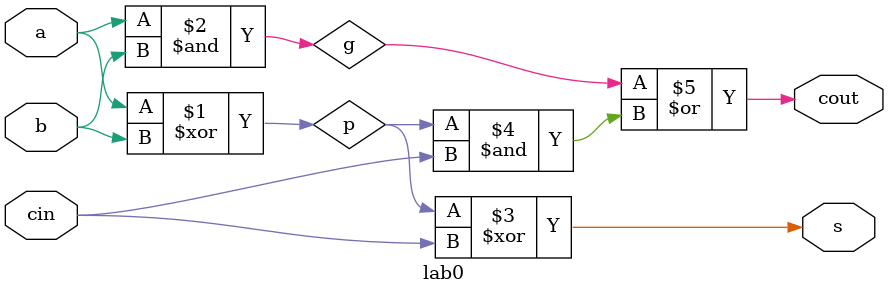
<source format=sv>
`timescale 1ns / 1ps


module top_demo
(
  input  logic [3:0] sw,
  input  logic [3:0] btn,
  output logic [7:0] led
);
 lab0 dut (.a(sw[0]), .b(sw[1]), .cin(sw[2]), .s(led[0]),.cout(led[1]));

endmodule
module lab0 (input  logic a, b, cin, 
output logic s, cout);
logic p, g;   
assign p = a ^ b;
assign g = a & b;
  
assign s = p ^ cin;
assign cout = g | (p & cin);

endmodule
</source>
